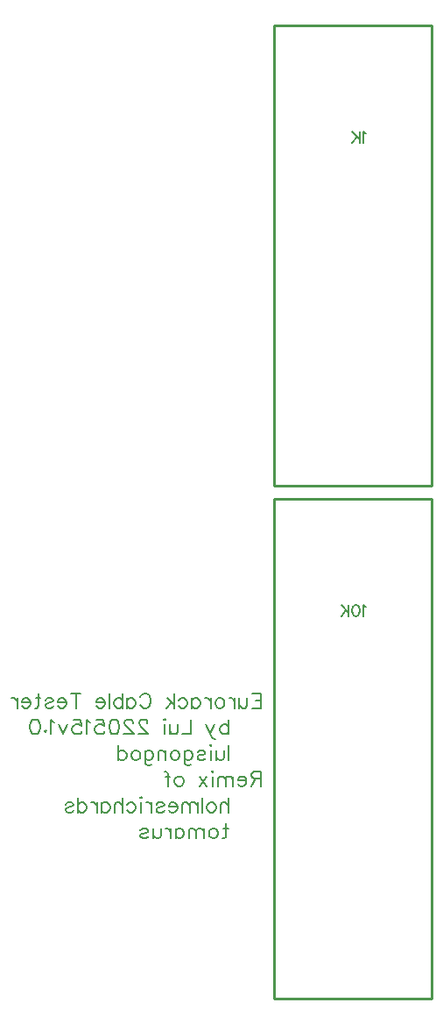
<source format=gbo>
G04 Layer: BottomSilkscreenLayer*
G04 EasyEDA v6.5.9, 2022-07-24 08:21:13*
G04 5bc8cb45828b4c0bbea3d3a06f8b76a5,bf633cf64d8a430dba0ab8f24d4e683d,10*
G04 Gerber Generator version 0.2*
G04 Scale: 100 percent, Rotated: No, Reflected: No *
G04 Dimensions in millimeters *
G04 leading zeros omitted , absolute positions ,4 integer and 5 decimal *
%FSLAX45Y45*%
%MOMM*%

%ADD10C,0.1524*%
%ADD11C,0.2032*%
%ADD12C,0.2540*%

%LPD*%
D10*
X4064000Y-1302443D02*
G01*
X4053608Y-1297246D01*
X4038023Y-1281661D01*
X4038023Y-1390764D01*
X4003733Y-1281661D02*
G01*
X4003733Y-1390764D01*
X3930995Y-1281661D02*
G01*
X4003733Y-1354396D01*
X3977754Y-1328420D02*
G01*
X3930995Y-1390764D01*
X4064000Y-5874443D02*
G01*
X4053608Y-5869246D01*
X4038023Y-5853661D01*
X4038023Y-5962764D01*
X3972559Y-5853661D02*
G01*
X3988145Y-5858855D01*
X3998536Y-5874443D01*
X4003733Y-5900420D01*
X4003733Y-5916005D01*
X3998536Y-5941984D01*
X3988145Y-5957570D01*
X3972559Y-5962764D01*
X3962168Y-5962764D01*
X3946583Y-5957570D01*
X3936192Y-5941984D01*
X3930995Y-5916005D01*
X3930995Y-5900420D01*
X3936192Y-5874443D01*
X3946583Y-5858855D01*
X3962168Y-5853661D01*
X3972559Y-5853661D01*
X3896705Y-5853661D02*
G01*
X3896705Y-5962764D01*
X3823970Y-5853661D02*
G01*
X3896705Y-5926396D01*
X3870728Y-5900420D02*
G01*
X3823970Y-5962764D01*
D11*
X3048000Y-6706636D02*
G01*
X3048000Y-6849818D01*
X3048000Y-6706636D02*
G01*
X2959364Y-6706636D01*
X3048000Y-6774817D02*
G01*
X2993453Y-6774817D01*
X3048000Y-6849818D02*
G01*
X2959364Y-6849818D01*
X2914362Y-6754362D02*
G01*
X2914362Y-6822546D01*
X2907545Y-6843000D01*
X2893908Y-6849818D01*
X2873453Y-6849818D01*
X2859819Y-6843000D01*
X2839364Y-6822546D01*
X2839364Y-6754362D02*
G01*
X2839364Y-6849818D01*
X2794363Y-6754362D02*
G01*
X2794363Y-6849818D01*
X2794363Y-6795272D02*
G01*
X2787545Y-6774817D01*
X2773908Y-6761182D01*
X2760273Y-6754362D01*
X2739819Y-6754362D01*
X2660728Y-6754362D02*
G01*
X2674363Y-6761182D01*
X2688000Y-6774817D01*
X2694818Y-6795272D01*
X2694818Y-6808909D01*
X2688000Y-6829364D01*
X2674363Y-6843000D01*
X2660728Y-6849818D01*
X2640274Y-6849818D01*
X2626636Y-6843000D01*
X2612999Y-6829364D01*
X2606182Y-6808909D01*
X2606182Y-6795272D01*
X2612999Y-6774817D01*
X2626636Y-6761182D01*
X2640274Y-6754362D01*
X2660728Y-6754362D01*
X2561183Y-6754362D02*
G01*
X2561183Y-6849818D01*
X2561183Y-6795272D02*
G01*
X2554363Y-6774817D01*
X2540728Y-6761182D01*
X2527091Y-6754362D01*
X2506637Y-6754362D01*
X2379819Y-6754362D02*
G01*
X2379819Y-6849818D01*
X2379819Y-6774817D02*
G01*
X2393454Y-6761182D01*
X2407091Y-6754362D01*
X2427546Y-6754362D01*
X2441183Y-6761182D01*
X2454818Y-6774817D01*
X2461638Y-6795272D01*
X2461638Y-6808909D01*
X2454818Y-6829364D01*
X2441183Y-6843000D01*
X2427546Y-6849818D01*
X2407091Y-6849818D01*
X2393454Y-6843000D01*
X2379819Y-6829364D01*
X2253000Y-6774817D02*
G01*
X2266637Y-6761182D01*
X2280274Y-6754362D01*
X2300729Y-6754362D01*
X2314364Y-6761182D01*
X2328001Y-6774817D01*
X2334818Y-6795272D01*
X2334818Y-6808909D01*
X2328001Y-6829364D01*
X2314364Y-6843000D01*
X2300729Y-6849818D01*
X2280274Y-6849818D01*
X2266637Y-6843000D01*
X2253000Y-6829364D01*
X2208001Y-6706636D02*
G01*
X2208001Y-6849818D01*
X2139820Y-6754362D02*
G01*
X2208001Y-6822546D01*
X2180729Y-6795272D02*
G01*
X2133000Y-6849818D01*
X1880730Y-6740728D02*
G01*
X1887547Y-6727090D01*
X1901184Y-6713453D01*
X1914819Y-6706636D01*
X1942094Y-6706636D01*
X1955728Y-6713453D01*
X1969366Y-6727090D01*
X1976183Y-6740728D01*
X1983000Y-6761182D01*
X1983000Y-6795272D01*
X1976183Y-6815726D01*
X1969366Y-6829364D01*
X1955728Y-6843000D01*
X1942094Y-6849818D01*
X1914819Y-6849818D01*
X1901184Y-6843000D01*
X1887547Y-6829364D01*
X1880730Y-6815726D01*
X1753910Y-6754362D02*
G01*
X1753910Y-6849818D01*
X1753910Y-6774817D02*
G01*
X1767547Y-6761182D01*
X1781185Y-6754362D01*
X1801639Y-6754362D01*
X1815274Y-6761182D01*
X1828911Y-6774817D01*
X1835729Y-6795272D01*
X1835729Y-6808909D01*
X1828911Y-6829364D01*
X1815274Y-6843000D01*
X1801639Y-6849818D01*
X1781185Y-6849818D01*
X1767547Y-6843000D01*
X1753910Y-6829364D01*
X1708912Y-6706636D02*
G01*
X1708912Y-6849818D01*
X1708912Y-6774817D02*
G01*
X1695274Y-6761182D01*
X1681640Y-6754362D01*
X1661185Y-6754362D01*
X1647548Y-6761182D01*
X1633910Y-6774817D01*
X1627093Y-6795272D01*
X1627093Y-6808909D01*
X1633910Y-6829364D01*
X1647548Y-6843000D01*
X1661185Y-6849818D01*
X1681640Y-6849818D01*
X1695274Y-6843000D01*
X1708912Y-6829364D01*
X1582094Y-6706636D02*
G01*
X1582094Y-6849818D01*
X1537093Y-6795272D02*
G01*
X1455275Y-6795272D01*
X1455275Y-6781637D01*
X1462095Y-6768000D01*
X1468912Y-6761182D01*
X1482549Y-6754362D01*
X1503001Y-6754362D01*
X1516639Y-6761182D01*
X1530276Y-6774817D01*
X1537093Y-6795272D01*
X1537093Y-6808909D01*
X1530276Y-6829364D01*
X1516639Y-6843000D01*
X1503001Y-6849818D01*
X1482549Y-6849818D01*
X1468912Y-6843000D01*
X1455275Y-6829364D01*
X1257548Y-6706636D02*
G01*
X1257548Y-6849818D01*
X1305275Y-6706636D02*
G01*
X1209822Y-6706636D01*
X1164821Y-6795272D02*
G01*
X1083002Y-6795272D01*
X1083002Y-6781637D01*
X1089822Y-6768000D01*
X1096639Y-6761182D01*
X1110277Y-6754362D01*
X1130731Y-6754362D01*
X1144366Y-6761182D01*
X1158003Y-6774817D01*
X1164821Y-6795272D01*
X1164821Y-6808909D01*
X1158003Y-6829364D01*
X1144366Y-6843000D01*
X1130731Y-6849818D01*
X1110277Y-6849818D01*
X1096639Y-6843000D01*
X1083002Y-6829364D01*
X963002Y-6774817D02*
G01*
X969822Y-6761182D01*
X990277Y-6754362D01*
X1010732Y-6754362D01*
X1031186Y-6761182D01*
X1038004Y-6774817D01*
X1031186Y-6788454D01*
X1017549Y-6795272D01*
X983457Y-6802092D01*
X969822Y-6808909D01*
X963002Y-6822546D01*
X963002Y-6829364D01*
X969822Y-6843000D01*
X990277Y-6849818D01*
X1010732Y-6849818D01*
X1031186Y-6843000D01*
X1038004Y-6829364D01*
X897549Y-6706636D02*
G01*
X897549Y-6822546D01*
X890732Y-6843000D01*
X877095Y-6849818D01*
X863457Y-6849818D01*
X918004Y-6754362D02*
G01*
X870277Y-6754362D01*
X818459Y-6795272D02*
G01*
X736640Y-6795272D01*
X736640Y-6781637D01*
X743457Y-6768000D01*
X750277Y-6761182D01*
X763912Y-6754362D01*
X784367Y-6754362D01*
X798004Y-6761182D01*
X811641Y-6774817D01*
X818459Y-6795272D01*
X818459Y-6808909D01*
X811641Y-6829364D01*
X798004Y-6843000D01*
X784367Y-6849818D01*
X763912Y-6849818D01*
X750277Y-6843000D01*
X736640Y-6829364D01*
X691642Y-6754362D02*
G01*
X691642Y-6849818D01*
X691642Y-6795272D02*
G01*
X684822Y-6774817D01*
X671187Y-6761182D01*
X657550Y-6754362D01*
X637095Y-6754362D01*
X2732999Y-6958236D02*
G01*
X2732999Y-7101418D01*
X2732999Y-7026417D02*
G01*
X2719364Y-7012782D01*
X2705727Y-7005962D01*
X2685272Y-7005962D01*
X2671638Y-7012782D01*
X2658000Y-7026417D01*
X2651183Y-7046871D01*
X2651183Y-7060509D01*
X2658000Y-7080963D01*
X2671638Y-7094599D01*
X2685272Y-7101418D01*
X2705727Y-7101418D01*
X2719364Y-7094599D01*
X2732999Y-7080963D01*
X2599364Y-7005962D02*
G01*
X2558455Y-7101418D01*
X2517546Y-7005962D02*
G01*
X2558455Y-7101418D01*
X2572092Y-7128690D01*
X2585727Y-7142327D01*
X2599364Y-7149144D01*
X2606182Y-7149144D01*
X2367546Y-6958236D02*
G01*
X2367546Y-7101418D01*
X2367546Y-7101418D02*
G01*
X2285728Y-7101418D01*
X2240729Y-7005962D02*
G01*
X2240729Y-7074146D01*
X2233909Y-7094599D01*
X2220274Y-7101418D01*
X2199820Y-7101418D01*
X2186183Y-7094599D01*
X2165728Y-7074146D01*
X2165728Y-7005962D02*
G01*
X2165728Y-7101418D01*
X2120729Y-6958236D02*
G01*
X2113909Y-6965053D01*
X2107092Y-6958236D01*
X2113909Y-6951418D01*
X2120729Y-6958236D01*
X2113909Y-7005962D02*
G01*
X2113909Y-7101418D01*
X1950275Y-6992327D02*
G01*
X1950275Y-6985508D01*
X1943455Y-6971873D01*
X1936638Y-6965053D01*
X1923000Y-6958236D01*
X1895729Y-6958236D01*
X1882094Y-6965053D01*
X1875274Y-6971873D01*
X1868457Y-6985508D01*
X1868457Y-6999145D01*
X1875274Y-7012782D01*
X1888911Y-7033237D01*
X1957092Y-7101418D01*
X1861639Y-7101418D01*
X1809821Y-6992327D02*
G01*
X1809821Y-6985508D01*
X1803001Y-6971873D01*
X1796183Y-6965053D01*
X1782549Y-6958236D01*
X1755274Y-6958236D01*
X1741639Y-6965053D01*
X1734820Y-6971873D01*
X1728002Y-6985508D01*
X1728002Y-6999145D01*
X1734820Y-7012782D01*
X1748457Y-7033237D01*
X1816638Y-7101418D01*
X1721185Y-7101418D01*
X1635274Y-6958236D02*
G01*
X1655729Y-6965053D01*
X1669366Y-6985508D01*
X1676184Y-7019599D01*
X1676184Y-7040054D01*
X1669366Y-7074146D01*
X1655729Y-7094599D01*
X1635274Y-7101418D01*
X1621640Y-7101418D01*
X1601185Y-7094599D01*
X1587548Y-7074146D01*
X1580730Y-7040054D01*
X1580730Y-7019599D01*
X1587548Y-6985508D01*
X1601185Y-6965053D01*
X1621640Y-6958236D01*
X1635274Y-6958236D01*
X1453911Y-6958236D02*
G01*
X1522095Y-6958236D01*
X1528912Y-7019599D01*
X1522095Y-7012782D01*
X1501640Y-7005962D01*
X1481185Y-7005962D01*
X1460731Y-7012782D01*
X1447093Y-7026417D01*
X1440276Y-7046871D01*
X1440276Y-7060509D01*
X1447093Y-7080963D01*
X1460731Y-7094599D01*
X1481185Y-7101418D01*
X1501640Y-7101418D01*
X1522095Y-7094599D01*
X1528912Y-7087781D01*
X1535729Y-7074146D01*
X1395275Y-6985508D02*
G01*
X1381640Y-6978690D01*
X1361186Y-6958236D01*
X1361186Y-7101418D01*
X1234366Y-6958236D02*
G01*
X1302550Y-6958236D01*
X1309367Y-7019599D01*
X1302550Y-7012782D01*
X1282095Y-7005962D01*
X1261640Y-7005962D01*
X1241186Y-7012782D01*
X1227548Y-7026417D01*
X1220731Y-7046871D01*
X1220731Y-7060509D01*
X1227548Y-7080963D01*
X1241186Y-7094599D01*
X1261640Y-7101418D01*
X1282095Y-7101418D01*
X1302550Y-7094599D01*
X1309367Y-7087781D01*
X1316184Y-7074146D01*
X1175730Y-7005962D02*
G01*
X1134821Y-7101418D01*
X1093911Y-7005962D02*
G01*
X1134821Y-7101418D01*
X1048913Y-6985508D02*
G01*
X1035276Y-6978690D01*
X1014821Y-6958236D01*
X1014821Y-7101418D01*
X963002Y-7067326D02*
G01*
X969822Y-7074146D01*
X963002Y-7080963D01*
X956185Y-7074146D01*
X963002Y-7067326D01*
X870277Y-6958236D02*
G01*
X890732Y-6965053D01*
X904367Y-6985508D01*
X911186Y-7019599D01*
X911186Y-7040054D01*
X904367Y-7074146D01*
X890732Y-7094599D01*
X870277Y-7101418D01*
X856640Y-7101418D01*
X836185Y-7094599D01*
X822551Y-7074146D01*
X815731Y-7040054D01*
X815731Y-7019599D01*
X822551Y-6985508D01*
X836185Y-6965053D01*
X856640Y-6958236D01*
X870277Y-6958236D01*
X2732999Y-7209835D02*
G01*
X2732999Y-7353018D01*
X2688000Y-7257562D02*
G01*
X2688000Y-7325746D01*
X2681183Y-7346199D01*
X2667546Y-7353018D01*
X2647091Y-7353018D01*
X2633454Y-7346199D01*
X2612999Y-7325746D01*
X2612999Y-7257562D02*
G01*
X2612999Y-7353018D01*
X2568000Y-7209835D02*
G01*
X2561183Y-7216653D01*
X2554363Y-7209835D01*
X2561183Y-7203018D01*
X2568000Y-7209835D01*
X2561183Y-7257562D02*
G01*
X2561183Y-7353018D01*
X2434363Y-7278016D02*
G01*
X2441183Y-7264382D01*
X2461638Y-7257562D01*
X2482093Y-7257562D01*
X2502547Y-7264382D01*
X2509365Y-7278016D01*
X2502547Y-7291654D01*
X2488910Y-7298471D01*
X2454818Y-7305291D01*
X2441183Y-7312108D01*
X2434363Y-7325746D01*
X2434363Y-7332563D01*
X2441183Y-7346199D01*
X2461638Y-7353018D01*
X2482093Y-7353018D01*
X2502547Y-7346199D01*
X2509365Y-7332563D01*
X2307546Y-7257562D02*
G01*
X2307546Y-7366652D01*
X2314364Y-7387107D01*
X2321184Y-7393927D01*
X2334818Y-7400744D01*
X2355273Y-7400744D01*
X2368910Y-7393927D01*
X2307546Y-7278016D02*
G01*
X2321184Y-7264382D01*
X2334818Y-7257562D01*
X2355273Y-7257562D01*
X2368910Y-7264382D01*
X2382547Y-7278016D01*
X2389365Y-7298471D01*
X2389365Y-7312108D01*
X2382547Y-7332563D01*
X2368910Y-7346199D01*
X2355273Y-7353018D01*
X2334818Y-7353018D01*
X2321184Y-7346199D01*
X2307546Y-7332563D01*
X2228456Y-7257562D02*
G01*
X2242093Y-7264382D01*
X2255728Y-7278016D01*
X2262548Y-7298471D01*
X2262548Y-7312108D01*
X2255728Y-7332563D01*
X2242093Y-7346199D01*
X2228456Y-7353018D01*
X2208001Y-7353018D01*
X2194364Y-7346199D01*
X2180729Y-7332563D01*
X2173909Y-7312108D01*
X2173909Y-7298471D01*
X2180729Y-7278016D01*
X2194364Y-7264382D01*
X2208001Y-7257562D01*
X2228456Y-7257562D01*
X2128911Y-7257562D02*
G01*
X2128911Y-7353018D01*
X2128911Y-7284836D02*
G01*
X2108456Y-7264382D01*
X2094819Y-7257562D01*
X2074364Y-7257562D01*
X2060729Y-7264382D01*
X2053910Y-7284836D01*
X2053910Y-7353018D01*
X1927092Y-7257562D02*
G01*
X1927092Y-7366652D01*
X1933910Y-7387107D01*
X1940730Y-7393927D01*
X1954364Y-7400744D01*
X1974819Y-7400744D01*
X1988456Y-7393927D01*
X1927092Y-7278016D02*
G01*
X1940730Y-7264382D01*
X1954364Y-7257562D01*
X1974819Y-7257562D01*
X1988456Y-7264382D01*
X2002094Y-7278016D01*
X2008911Y-7298471D01*
X2008911Y-7312108D01*
X2002094Y-7332563D01*
X1988456Y-7346199D01*
X1974819Y-7353018D01*
X1954364Y-7353018D01*
X1940730Y-7346199D01*
X1927092Y-7332563D01*
X1848002Y-7257562D02*
G01*
X1861639Y-7264382D01*
X1875274Y-7278016D01*
X1882094Y-7298471D01*
X1882094Y-7312108D01*
X1875274Y-7332563D01*
X1861639Y-7346199D01*
X1848002Y-7353018D01*
X1827547Y-7353018D01*
X1813910Y-7346199D01*
X1800275Y-7332563D01*
X1793455Y-7312108D01*
X1793455Y-7298471D01*
X1800275Y-7278016D01*
X1813910Y-7264382D01*
X1827547Y-7257562D01*
X1848002Y-7257562D01*
X1666638Y-7209835D02*
G01*
X1666638Y-7353018D01*
X1666638Y-7278016D02*
G01*
X1680276Y-7264382D01*
X1693910Y-7257562D01*
X1714365Y-7257562D01*
X1728002Y-7264382D01*
X1741639Y-7278016D01*
X1748457Y-7298471D01*
X1748457Y-7312108D01*
X1741639Y-7332563D01*
X1728002Y-7346199D01*
X1714365Y-7353018D01*
X1693910Y-7353018D01*
X1680276Y-7346199D01*
X1666638Y-7332563D01*
X3048000Y-7461435D02*
G01*
X3048000Y-7604617D01*
X3048000Y-7461435D02*
G01*
X2986636Y-7461435D01*
X2966181Y-7468252D01*
X2959364Y-7475072D01*
X2952546Y-7488707D01*
X2952546Y-7502344D01*
X2959364Y-7515981D01*
X2966181Y-7522799D01*
X2986636Y-7529616D01*
X3048000Y-7529616D01*
X3000273Y-7529616D02*
G01*
X2952546Y-7604617D01*
X2907545Y-7550071D02*
G01*
X2825727Y-7550071D01*
X2825727Y-7536436D01*
X2832547Y-7522799D01*
X2839364Y-7515981D01*
X2853000Y-7509162D01*
X2873453Y-7509162D01*
X2887090Y-7515981D01*
X2900728Y-7529616D01*
X2907545Y-7550071D01*
X2907545Y-7563708D01*
X2900728Y-7584163D01*
X2887090Y-7597800D01*
X2873453Y-7604617D01*
X2853000Y-7604617D01*
X2839364Y-7597800D01*
X2825727Y-7584163D01*
X2780728Y-7509162D02*
G01*
X2780728Y-7604617D01*
X2780728Y-7536436D02*
G01*
X2760273Y-7515981D01*
X2746636Y-7509162D01*
X2726181Y-7509162D01*
X2712547Y-7515981D01*
X2705727Y-7536436D01*
X2705727Y-7604617D01*
X2705727Y-7536436D02*
G01*
X2685272Y-7515981D01*
X2671638Y-7509162D01*
X2651183Y-7509162D01*
X2637546Y-7515981D01*
X2630728Y-7536436D01*
X2630728Y-7604617D01*
X2585727Y-7461435D02*
G01*
X2578910Y-7468252D01*
X2572092Y-7461435D01*
X2578910Y-7454618D01*
X2585727Y-7461435D01*
X2578910Y-7509162D02*
G01*
X2578910Y-7604617D01*
X2527091Y-7509162D02*
G01*
X2452093Y-7604617D01*
X2452093Y-7509162D02*
G01*
X2527091Y-7604617D01*
X2268001Y-7509162D02*
G01*
X2281638Y-7515981D01*
X2295273Y-7529616D01*
X2302093Y-7550071D01*
X2302093Y-7563708D01*
X2295273Y-7584163D01*
X2281638Y-7597800D01*
X2268001Y-7604617D01*
X2247546Y-7604617D01*
X2233909Y-7597800D01*
X2220274Y-7584163D01*
X2213455Y-7563708D01*
X2213455Y-7550071D01*
X2220274Y-7529616D01*
X2233909Y-7515981D01*
X2247546Y-7509162D01*
X2268001Y-7509162D01*
X2113909Y-7461435D02*
G01*
X2127547Y-7461435D01*
X2141184Y-7468252D01*
X2148001Y-7488707D01*
X2148001Y-7604617D01*
X2168456Y-7509162D02*
G01*
X2120729Y-7509162D01*
X2732999Y-7713035D02*
G01*
X2732999Y-7856217D01*
X2732999Y-7788036D02*
G01*
X2712547Y-7767581D01*
X2698910Y-7760761D01*
X2678455Y-7760761D01*
X2664818Y-7767581D01*
X2658000Y-7788036D01*
X2658000Y-7856217D01*
X2578910Y-7760761D02*
G01*
X2592547Y-7767581D01*
X2606182Y-7781216D01*
X2612999Y-7801670D01*
X2612999Y-7815308D01*
X2606182Y-7835762D01*
X2592547Y-7849397D01*
X2578910Y-7856217D01*
X2558455Y-7856217D01*
X2544818Y-7849397D01*
X2531183Y-7835762D01*
X2524363Y-7815308D01*
X2524363Y-7801670D01*
X2531183Y-7781216D01*
X2544818Y-7767581D01*
X2558455Y-7760761D01*
X2578910Y-7760761D01*
X2479365Y-7713035D02*
G01*
X2479365Y-7856217D01*
X2434363Y-7760761D02*
G01*
X2434363Y-7856217D01*
X2434363Y-7788036D02*
G01*
X2413909Y-7767581D01*
X2400274Y-7760761D01*
X2379819Y-7760761D01*
X2366182Y-7767581D01*
X2359365Y-7788036D01*
X2359365Y-7856217D01*
X2359365Y-7788036D02*
G01*
X2338910Y-7767581D01*
X2325273Y-7760761D01*
X2304818Y-7760761D01*
X2291184Y-7767581D01*
X2284364Y-7788036D01*
X2284364Y-7856217D01*
X2239365Y-7801670D02*
G01*
X2157547Y-7801670D01*
X2157547Y-7788036D01*
X2164364Y-7774398D01*
X2171184Y-7767581D01*
X2184819Y-7760761D01*
X2205273Y-7760761D01*
X2218910Y-7767581D01*
X2232548Y-7781216D01*
X2239365Y-7801670D01*
X2239365Y-7815308D01*
X2232548Y-7835762D01*
X2218910Y-7849397D01*
X2205273Y-7856217D01*
X2184819Y-7856217D01*
X2171184Y-7849397D01*
X2157547Y-7835762D01*
X2037547Y-7781216D02*
G01*
X2044364Y-7767581D01*
X2064819Y-7760761D01*
X2085273Y-7760761D01*
X2105728Y-7767581D01*
X2112548Y-7781216D01*
X2105728Y-7794853D01*
X2092093Y-7801670D01*
X2058001Y-7808490D01*
X2044364Y-7815308D01*
X2037547Y-7828945D01*
X2037547Y-7835762D01*
X2044364Y-7849397D01*
X2064819Y-7856217D01*
X2085273Y-7856217D01*
X2105728Y-7849397D01*
X2112548Y-7835762D01*
X1992548Y-7760761D02*
G01*
X1992548Y-7856217D01*
X1992548Y-7801670D02*
G01*
X1985728Y-7781216D01*
X1972094Y-7767581D01*
X1958456Y-7760761D01*
X1938002Y-7760761D01*
X1893001Y-7713035D02*
G01*
X1886183Y-7719852D01*
X1879366Y-7713035D01*
X1886183Y-7706217D01*
X1893001Y-7713035D01*
X1886183Y-7760761D02*
G01*
X1886183Y-7856217D01*
X1752549Y-7781216D02*
G01*
X1766183Y-7767581D01*
X1779821Y-7760761D01*
X1800275Y-7760761D01*
X1813910Y-7767581D01*
X1827547Y-7781216D01*
X1834365Y-7801670D01*
X1834365Y-7815308D01*
X1827547Y-7835762D01*
X1813910Y-7849397D01*
X1800275Y-7856217D01*
X1779821Y-7856217D01*
X1766183Y-7849397D01*
X1752549Y-7835762D01*
X1707548Y-7713035D02*
G01*
X1707548Y-7856217D01*
X1707548Y-7788036D02*
G01*
X1687093Y-7767581D01*
X1673456Y-7760761D01*
X1653001Y-7760761D01*
X1639366Y-7767581D01*
X1632549Y-7788036D01*
X1632549Y-7856217D01*
X1505729Y-7760761D02*
G01*
X1505729Y-7856217D01*
X1505729Y-7781216D02*
G01*
X1519367Y-7767581D01*
X1533001Y-7760761D01*
X1553456Y-7760761D01*
X1567093Y-7767581D01*
X1580730Y-7781216D01*
X1587548Y-7801670D01*
X1587548Y-7815308D01*
X1580730Y-7835762D01*
X1567093Y-7849397D01*
X1553456Y-7856217D01*
X1533001Y-7856217D01*
X1519367Y-7849397D01*
X1505729Y-7835762D01*
X1460731Y-7760761D02*
G01*
X1460731Y-7856217D01*
X1460731Y-7801670D02*
G01*
X1453911Y-7781216D01*
X1440276Y-7767581D01*
X1426639Y-7760761D01*
X1406184Y-7760761D01*
X1279367Y-7713035D02*
G01*
X1279367Y-7856217D01*
X1279367Y-7781216D02*
G01*
X1293002Y-7767581D01*
X1306639Y-7760761D01*
X1327094Y-7760761D01*
X1340731Y-7767581D01*
X1354366Y-7781216D01*
X1361186Y-7801670D01*
X1361186Y-7815308D01*
X1354366Y-7835762D01*
X1340731Y-7849397D01*
X1327094Y-7856217D01*
X1306639Y-7856217D01*
X1293002Y-7849397D01*
X1279367Y-7835762D01*
X1159367Y-7781216D02*
G01*
X1166185Y-7767581D01*
X1186639Y-7760761D01*
X1207094Y-7760761D01*
X1227548Y-7767581D01*
X1234366Y-7781216D01*
X1227548Y-7794853D01*
X1213911Y-7801670D01*
X1179822Y-7808490D01*
X1166185Y-7815308D01*
X1159367Y-7828945D01*
X1159367Y-7835762D01*
X1166185Y-7849397D01*
X1186639Y-7856217D01*
X1207094Y-7856217D01*
X1227548Y-7849397D01*
X1234366Y-7835762D01*
X2712547Y-7964634D02*
G01*
X2712547Y-8080545D01*
X2705727Y-8100997D01*
X2692092Y-8107817D01*
X2678455Y-8107817D01*
X2732999Y-8012361D02*
G01*
X2685272Y-8012361D01*
X2599364Y-8012361D02*
G01*
X2612999Y-8019181D01*
X2626636Y-8032816D01*
X2633454Y-8053270D01*
X2633454Y-8066907D01*
X2626636Y-8087362D01*
X2612999Y-8100997D01*
X2599364Y-8107817D01*
X2578910Y-8107817D01*
X2565272Y-8100997D01*
X2551638Y-8087362D01*
X2544818Y-8066907D01*
X2544818Y-8053270D01*
X2551638Y-8032816D01*
X2565272Y-8019181D01*
X2578910Y-8012361D01*
X2599364Y-8012361D01*
X2499819Y-8012361D02*
G01*
X2499819Y-8107817D01*
X2499819Y-8039635D02*
G01*
X2479365Y-8019181D01*
X2465727Y-8012361D01*
X2445273Y-8012361D01*
X2431638Y-8019181D01*
X2424818Y-8039635D01*
X2424818Y-8107817D01*
X2424818Y-8039635D02*
G01*
X2404363Y-8019181D01*
X2390729Y-8012361D01*
X2370274Y-8012361D01*
X2356637Y-8019181D01*
X2349820Y-8039635D01*
X2349820Y-8107817D01*
X2223000Y-8012361D02*
G01*
X2223000Y-8107817D01*
X2223000Y-8032816D02*
G01*
X2236637Y-8019181D01*
X2250274Y-8012361D01*
X2270729Y-8012361D01*
X2284364Y-8019181D01*
X2298001Y-8032816D01*
X2304818Y-8053270D01*
X2304818Y-8066907D01*
X2298001Y-8087362D01*
X2284364Y-8100997D01*
X2270729Y-8107817D01*
X2250274Y-8107817D01*
X2236637Y-8100997D01*
X2223000Y-8087362D01*
X2178001Y-8012361D02*
G01*
X2178001Y-8107817D01*
X2178001Y-8053270D02*
G01*
X2171184Y-8032816D01*
X2157547Y-8019181D01*
X2143909Y-8012361D01*
X2123455Y-8012361D01*
X2078456Y-8012361D02*
G01*
X2078456Y-8080545D01*
X2071639Y-8100997D01*
X2058001Y-8107817D01*
X2037547Y-8107817D01*
X2023910Y-8100997D01*
X2003455Y-8080545D01*
X2003455Y-8012361D02*
G01*
X2003455Y-8107817D01*
X1883455Y-8032816D02*
G01*
X1890275Y-8019181D01*
X1910730Y-8012361D01*
X1931184Y-8012361D01*
X1951639Y-8019181D01*
X1958456Y-8032816D01*
X1951639Y-8046453D01*
X1938002Y-8053270D01*
X1903910Y-8060090D01*
X1890275Y-8066907D01*
X1883455Y-8080545D01*
X1883455Y-8087362D01*
X1890275Y-8100997D01*
X1910730Y-8107817D01*
X1931184Y-8107817D01*
X1951639Y-8100997D01*
X1958456Y-8087362D01*
D12*
X3175000Y-254000D02*
G01*
X4699000Y-254000D01*
X4699000Y-4699000D01*
X3175000Y-4699000D01*
X3175000Y-254000D01*
X3175000Y-4826000D02*
G01*
X4699000Y-4826000D01*
X4699000Y-9652000D01*
X3175000Y-9652000D01*
X3175000Y-4826000D01*
M02*

</source>
